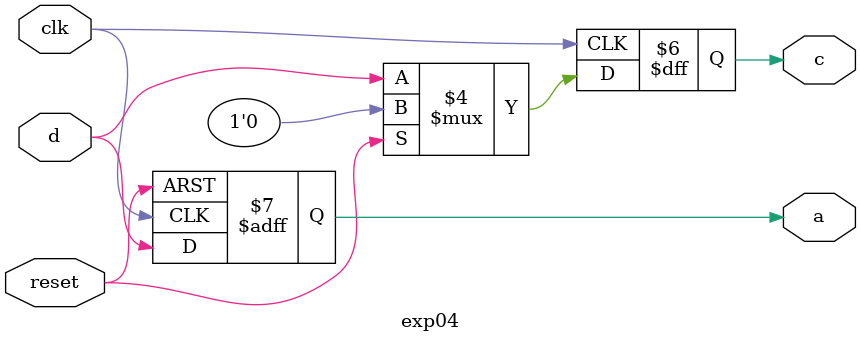
<source format=v>
module exp04(output reg a,output reg c,input d,input clk,input reset);
always@(posedge clk or posedge reset)
begin
if(reset)
a<=0;
else
a<=d;
end

always@(posedge clk )
begin
if(reset)
c<=0;
else
c<=d;
end

endmodule

</source>
